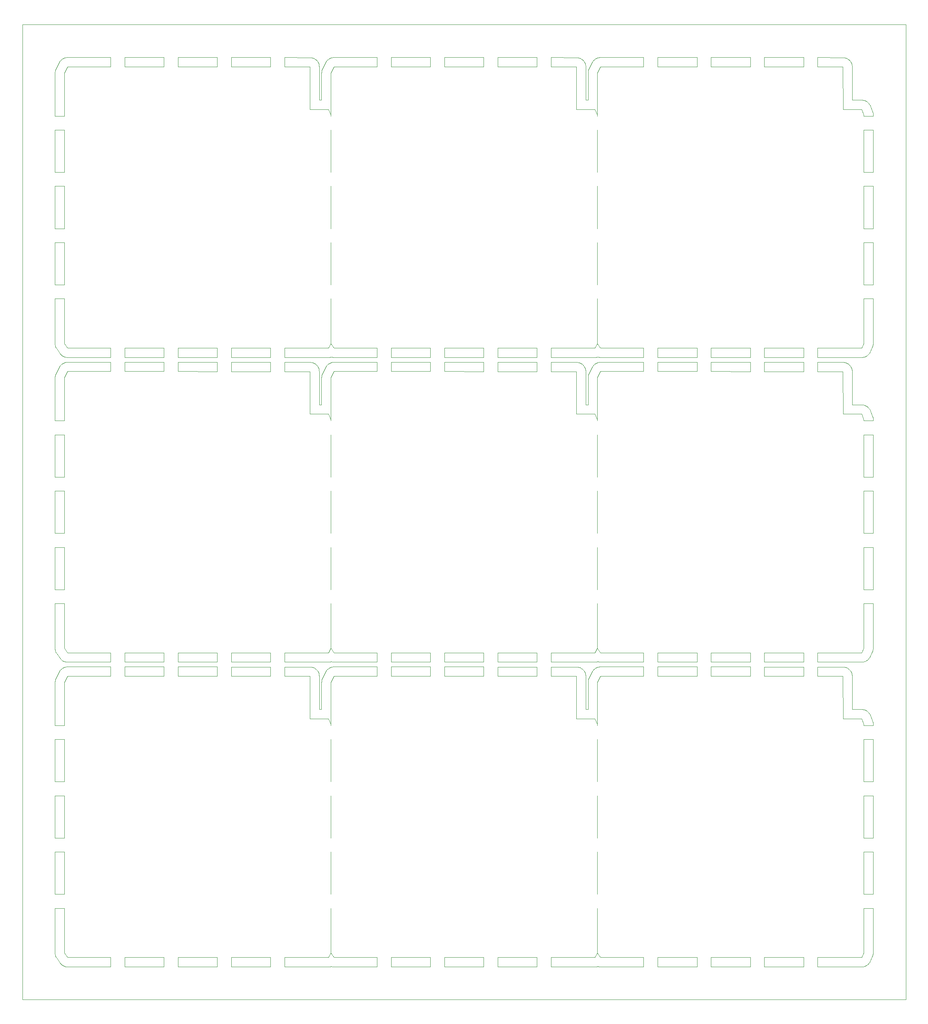
<source format=gbr>
%TF.GenerationSoftware,KiCad,Pcbnew,(6.0.7)*%
%TF.CreationDate,2023-01-19T16:19:46-06:00*%
%TF.ProjectId,SmartSpin2k_Panelized,536d6172-7453-4706-996e-326b5f50616e,2.35*%
%TF.SameCoordinates,Original*%
%TF.FileFunction,Profile,NP*%
%FSLAX46Y46*%
G04 Gerber Fmt 4.6, Leading zero omitted, Abs format (unit mm)*
G04 Created by KiCad (PCBNEW (6.0.7)) date 2023-01-19 16:19:46*
%MOMM*%
%LPD*%
G01*
G04 APERTURE LIST*
%TA.AperFunction,Profile*%
%ADD10C,0.100000*%
%TD*%
G04 APERTURE END LIST*
D10*
X119772512Y-72593974D02*
X119940530Y-72694540D01*
X87527640Y-201975000D02*
X79095120Y-201975000D01*
X123325200Y-43695000D02*
X123325200Y-43695000D01*
X123325200Y-150215000D02*
X123325146Y-150215000D01*
X9480465Y-72334978D02*
X9681280Y-72325000D01*
X9086893Y-7089967D02*
X9281666Y-7040068D01*
X56230080Y-72354805D02*
X61669280Y-72358288D01*
X182487799Y-150005514D02*
X182487746Y-150215000D01*
X53230080Y-199975000D02*
X53230080Y-199975000D01*
X120676751Y-138914051D02*
X120743126Y-139098273D01*
X21932520Y-199975000D02*
X30365040Y-199975000D01*
X123042437Y-137896977D02*
X123223314Y-137809170D01*
X9000000Y-31630000D02*
X7000000Y-31630000D01*
X118831880Y-72358288D02*
X119027454Y-72367999D01*
X7000000Y-112020000D02*
X9000000Y-112020000D01*
X180778737Y-146950646D02*
X180957718Y-147036390D01*
X123412093Y-7089967D02*
X123606866Y-7040068D01*
X21932520Y-136650000D02*
X21932520Y-134650000D01*
X101960160Y-71325000D02*
X101960160Y-69325000D01*
X53230080Y-7027884D02*
X53230080Y-9027885D01*
X136257720Y-137657844D02*
X144690240Y-137663244D01*
X98960160Y-9020564D02*
X90527640Y-9015165D01*
X56230080Y-139679806D02*
X56230080Y-137679805D01*
X123318169Y-112020000D02*
X123325200Y-112020000D01*
X119411085Y-7119382D02*
X119595465Y-7185321D01*
X182478841Y-149815914D02*
X182487799Y-150005514D01*
X123246919Y-71283705D02*
X123045811Y-71314649D01*
X66461198Y-136613296D02*
X66274887Y-136567733D01*
X181431815Y-147393297D02*
X181563710Y-147541587D01*
X9000000Y-174345000D02*
X9000000Y-174345000D01*
X118858000Y-148794825D02*
X118830600Y-139683288D01*
X8898114Y-7159170D02*
X9086893Y-7089967D01*
X65708691Y-72677501D02*
X65879837Y-72571977D01*
X66159443Y-31630000D02*
X66159443Y-31630000D01*
X123325200Y-121085000D02*
X123315838Y-121085000D01*
X123325200Y-112020000D02*
X123325200Y-121085000D01*
X147690240Y-134650000D02*
X156122760Y-134650000D01*
X8291319Y-201414293D02*
X8159833Y-201274651D01*
X62777930Y-72694540D02*
X62935308Y-72811055D01*
X133257720Y-139655924D02*
X124005200Y-139650000D01*
X118858000Y-18144825D02*
X118830600Y-9033288D01*
X120791168Y-8638104D02*
X120820416Y-8831722D01*
X65680000Y-83470000D02*
X61695400Y-83469825D01*
X7212466Y-140107935D02*
X7892466Y-138752935D01*
X63514151Y-8264051D02*
X63580526Y-8448273D01*
X30365040Y-74338244D02*
X30365040Y-74338244D01*
X136257720Y-71325000D02*
X136257720Y-69325000D01*
X66161774Y-22565000D02*
X66162600Y-22565000D01*
X181312610Y-136163498D02*
X181152063Y-136288506D01*
X65883211Y-201964649D02*
X65680000Y-201975000D01*
X180484643Y-31630000D02*
X180486974Y-22565000D01*
X7000000Y-177345000D02*
X9000000Y-177345000D01*
X110392680Y-72352884D02*
X110392680Y-74352885D01*
X182481541Y-109020000D02*
X180481541Y-109020000D01*
X66843880Y-72325000D02*
X76095120Y-72330923D01*
X7000000Y-34630000D02*
X9000000Y-34630000D01*
X167555280Y-7027884D02*
X167555280Y-9027885D01*
X144690240Y-139663244D02*
X136257720Y-139657845D01*
X110392680Y-9027885D02*
X101960160Y-9022485D01*
X62058542Y-137721789D02*
X62248485Y-137769382D01*
X176383742Y-137721789D02*
X176573685Y-137769382D01*
X7000000Y-165280000D02*
X9000000Y-165280000D01*
X182345493Y-83939071D02*
X182407366Y-84118515D01*
X167555280Y-134650000D02*
X167555280Y-136650000D01*
X177103130Y-138019540D02*
X177260508Y-138136055D01*
X98960160Y-139670564D02*
X98960160Y-139670564D01*
X66162600Y-58760000D02*
X66162600Y-68355000D01*
X177537428Y-138412320D02*
X177654315Y-138569422D01*
X120592678Y-73412202D02*
X120676751Y-73589051D01*
X63514151Y-138914051D02*
X63580526Y-139098273D01*
X177103130Y-7369540D02*
X177260508Y-7486055D01*
X113392680Y-136650000D02*
X113392680Y-134650000D01*
X7136866Y-74952858D02*
X7212466Y-74782935D01*
X181459624Y-201347825D02*
X181312610Y-201488498D01*
X21932520Y-7007844D02*
X30365040Y-7013244D01*
X177654315Y-7919422D02*
X177755278Y-8087202D01*
X9681280Y-137650000D02*
X18932520Y-137655923D01*
X66150000Y-68355000D02*
X66152467Y-58760000D01*
X177993190Y-139677273D02*
X178014594Y-146794912D01*
X79095120Y-134650000D02*
X79095120Y-134650000D01*
X7000000Y-174345000D02*
X7000000Y-165280000D01*
X66153238Y-121085000D02*
X66155569Y-112020000D01*
X122842600Y-18145000D02*
X118858000Y-18144825D01*
X170555280Y-69325000D02*
X180005200Y-69325000D01*
X62935308Y-138136055D02*
X63080538Y-138267401D01*
X182483872Y-34630000D02*
X182481541Y-43695000D01*
X53230080Y-136650000D02*
X44797560Y-136650000D01*
X159122760Y-199975000D02*
X167555280Y-199975000D01*
X56230080Y-69325000D02*
X65680000Y-69325000D01*
X98960160Y-74345564D02*
X90527640Y-74340165D01*
X8931196Y-71179533D02*
X8756992Y-71099276D01*
X177953768Y-8638104D02*
X177983016Y-8831722D01*
X180005200Y-83470000D02*
X176020600Y-83469825D01*
X79095120Y-69325000D02*
X79095120Y-69325000D01*
X7362329Y-69503057D02*
X7254037Y-69330507D01*
X144690240Y-7013244D02*
X144690240Y-9013244D01*
X189487800Y-208975000D02*
X189487800Y-208975000D01*
X53230080Y-71325000D02*
X44797560Y-71325000D01*
X175994480Y-7033288D02*
X176190054Y-7042999D01*
X170555280Y-136650000D02*
X170555280Y-134650000D01*
X180475200Y-133680000D02*
X180477667Y-124085000D01*
X119027454Y-137692999D02*
X119221142Y-137721789D01*
X144690240Y-74338244D02*
X144690240Y-74338244D01*
X120374828Y-138412320D02*
X120491715Y-138569422D01*
X133257720Y-71325000D02*
X124005200Y-71325000D01*
X180486974Y-22565000D02*
X182486974Y-22565000D01*
X123325200Y-19355000D02*
X123325200Y-19565000D01*
X124005200Y-201975000D02*
X123813618Y-201965802D01*
X9000000Y-55760000D02*
X7000000Y-55760000D01*
X56230080Y-134650000D02*
X65680000Y-134650000D01*
X66156341Y-174345000D02*
X66158672Y-165280000D01*
X182486974Y-153215000D02*
X182484643Y-162280000D01*
X66444266Y-72365068D02*
X66643065Y-72334978D01*
X123423378Y-136562809D02*
X123246919Y-136608705D01*
X181563710Y-82216587D02*
X181680260Y-82377217D01*
X79095120Y-201975000D02*
X79095120Y-199975000D01*
X9000000Y-68355000D02*
X9000000Y-68355000D01*
X156122760Y-9020564D02*
X147690240Y-9015165D01*
X123325200Y-162280000D02*
X123322043Y-162280000D01*
X123325200Y-58760000D02*
X123325200Y-68355000D01*
X180475200Y-68355000D02*
X180477667Y-58760000D01*
X120743126Y-73773273D02*
X120791168Y-73963104D01*
X123318169Y-46695000D02*
X123325200Y-46695000D01*
X182467025Y-133860644D02*
X182442659Y-134039307D01*
X122842600Y-136650000D02*
X113392680Y-136650000D01*
X123325200Y-141005000D02*
X123325200Y-150005000D01*
X122842600Y-148795000D02*
X122842600Y-148795000D01*
X90527640Y-134650000D02*
X98960160Y-134650000D01*
X121325200Y-146794933D02*
X121325200Y-141005000D01*
X121325200Y-10355000D02*
X121333847Y-10169219D01*
X62609912Y-72593974D02*
X62777930Y-72694540D01*
X136257720Y-201975000D02*
X136257720Y-199975000D01*
X63689394Y-81469912D02*
X64162600Y-81469933D01*
X121402577Y-9804069D02*
X121462066Y-9627858D01*
X66060714Y-72484170D02*
X66249493Y-72414967D01*
X122217666Y-138752935D02*
X122316769Y-138577992D01*
X182478841Y-19165914D02*
X182487799Y-19355514D01*
X64171247Y-10169219D02*
X64197114Y-9985044D01*
X123315838Y-55760000D02*
X123318169Y-46695000D01*
X44797560Y-74347485D02*
X44797560Y-72347485D01*
X113392680Y-72354805D02*
X118831880Y-72358288D01*
X144690240Y-72338244D02*
X144690240Y-74338244D01*
X123223314Y-137809170D02*
X123412093Y-137739967D01*
X180409519Y-136608705D02*
X180208411Y-136639649D01*
X180475200Y-199005000D02*
X180477667Y-189410000D01*
X63628568Y-8638104D02*
X63657816Y-8831722D01*
X66162600Y-84890000D02*
X66162546Y-84890000D01*
X7034514Y-75310044D02*
X7077377Y-75129069D01*
X79095120Y-137657844D02*
X87527640Y-137663244D01*
X7991569Y-73252992D02*
X8107735Y-73088883D01*
X156122760Y-134650000D02*
X156122760Y-136650000D01*
X136257720Y-134650000D02*
X136257720Y-134650000D01*
X63212228Y-7762320D02*
X63329115Y-7919422D01*
X98960160Y-201975000D02*
X90527640Y-201975000D01*
X9000000Y-96955000D02*
X9000000Y-96955000D01*
X182451949Y-84303017D02*
X182478841Y-84490914D01*
X176573685Y-7119382D02*
X176758065Y-7185321D01*
X44797560Y-72347485D02*
X53230080Y-72352884D01*
X101960160Y-137672485D02*
X110392680Y-137677884D01*
X180399763Y-81509306D02*
X180592140Y-81558063D01*
X170555280Y-9029806D02*
X170555280Y-7029805D01*
X180979646Y-71071554D02*
X180797143Y-71161525D01*
X63689394Y-146794912D02*
X64162600Y-146794933D01*
X159122760Y-9022485D02*
X159122760Y-9022485D01*
X9000000Y-10355000D02*
X9000000Y-19565000D01*
X7362329Y-134828057D02*
X7254037Y-134655507D01*
X136257720Y-139657845D02*
X136257720Y-137657844D01*
X87527640Y-199975000D02*
X87527640Y-199975000D01*
X177537428Y-73087320D02*
X177654315Y-73244422D01*
X182467025Y-199185644D02*
X182442659Y-199364307D01*
X66842600Y-9000000D02*
X66842600Y-9000000D01*
X33365040Y-199975000D02*
X41797560Y-199975000D01*
X66643065Y-7009978D02*
X66843880Y-7000000D01*
X66162600Y-109020000D02*
X66156341Y-109020000D01*
X123315067Y-124085000D02*
X123325200Y-124085000D01*
X98960160Y-139670564D02*
X90527640Y-139665165D01*
X7362329Y-200153057D02*
X7254037Y-199980507D01*
X180606443Y-136557486D02*
X180409519Y-136608705D01*
X66159443Y-96955000D02*
X66159443Y-96955000D01*
X124006480Y-7000000D02*
X133257720Y-7005923D01*
X101960160Y-74347485D02*
X101960160Y-72347485D01*
X65680000Y-136650000D02*
X56230080Y-136650000D01*
X30365040Y-9013244D02*
X21932520Y-9007845D01*
X122564992Y-7612267D02*
X122711605Y-7474676D01*
X65549005Y-72799676D02*
X65708691Y-72677501D01*
X30365040Y-74338244D02*
X21932520Y-74332845D01*
X62777930Y-7369540D02*
X62935308Y-7486055D01*
X56230080Y-137679805D02*
X61669280Y-137683288D01*
X181152063Y-70963506D02*
X180979646Y-71071554D01*
X181680260Y-82377217D02*
X181780316Y-82548608D01*
X90527640Y-9015165D02*
X90527640Y-9015165D01*
X9681280Y-7000000D02*
X18932520Y-7005923D01*
X66156341Y-43695000D02*
X66156341Y-43695000D01*
X170555280Y-139679806D02*
X170555280Y-137679805D01*
X181862893Y-82729071D02*
X182345493Y-83939071D01*
X123325200Y-10355000D02*
X123325200Y-19355000D01*
X121462066Y-74952858D02*
X121537666Y-74782935D01*
X123437487Y-136567733D02*
X123423378Y-136562809D01*
X79095120Y-7007844D02*
X87527640Y-7013244D01*
X123325200Y-84890000D02*
X123325146Y-84890000D01*
X120491715Y-7919422D02*
X120592678Y-8087202D01*
X7254037Y-199980507D02*
X7163859Y-199797835D01*
X170555280Y-199975000D02*
X180005200Y-199975000D01*
X79095120Y-72332844D02*
X87527640Y-72338244D01*
X64162600Y-141005000D02*
X64171247Y-140819219D01*
X156122760Y-7020564D02*
X156122760Y-9020564D01*
X180487800Y-150005000D02*
X180487800Y-150005000D01*
X147690240Y-139665165D02*
X147690240Y-137665165D01*
X180409519Y-71283705D02*
X180208411Y-71314649D01*
X180483872Y-34630000D02*
X180483872Y-34630000D01*
X180005200Y-69325000D02*
X180475200Y-68355000D01*
X182487746Y-84890000D02*
X180487746Y-84890000D01*
X33365040Y-69325000D02*
X33365040Y-69325000D01*
X65402392Y-72937267D02*
X65549005Y-72799676D01*
X9000000Y-186410000D02*
X9000000Y-186410000D01*
X66162600Y-112020000D02*
X66162600Y-121085000D01*
X7000000Y-133680000D02*
X7000000Y-124085000D01*
X123325200Y-99955000D02*
X123325200Y-109020000D01*
X66842600Y-199975000D02*
X76095120Y-199975000D01*
X66162600Y-150215000D02*
X66162546Y-150215000D01*
X182442659Y-199364307D02*
X182402302Y-199540048D01*
X66162600Y-177345000D02*
X66162600Y-186410000D01*
X180409519Y-201933705D02*
X180208411Y-201964649D01*
X144690240Y-139663244D02*
X144690240Y-139663244D01*
X113392680Y-74354806D02*
X113392680Y-72354805D01*
X66158672Y-99955000D02*
X66162600Y-99955000D01*
X0Y-208975000D02*
X189487800Y-208975000D01*
X18932520Y-71325000D02*
X9680000Y-71325000D01*
X136257720Y-69325000D02*
X136257720Y-69325000D01*
X65879837Y-72571977D02*
X66060714Y-72484170D01*
X66150000Y-199005000D02*
X66152467Y-189410000D01*
X180979646Y-201721554D02*
X180797143Y-201811525D01*
X56230080Y-201975000D02*
X56230080Y-199975000D01*
X76095120Y-69325000D02*
X76095120Y-71325000D01*
X182477667Y-124085000D02*
X182475199Y-133680514D01*
X8435575Y-201540697D02*
X8291319Y-201414293D01*
X177405738Y-72942401D02*
X177537428Y-73087320D01*
X79095120Y-139657845D02*
X79095120Y-139657845D01*
X123325146Y-84890000D02*
X123325146Y-84890000D01*
X123324374Y-153215000D02*
X123325200Y-153215000D01*
X159122760Y-137672485D02*
X167555280Y-137677884D01*
X121359714Y-75310044D02*
X121402577Y-75129069D01*
X7010375Y-133883453D02*
X7000000Y-133680000D01*
X180478438Y-186410000D02*
X180480769Y-177345000D01*
X181312610Y-70838498D02*
X181152063Y-70963506D01*
X61669280Y-137683288D02*
X61864854Y-137692999D01*
X123325200Y-19565000D02*
X123325200Y-19565000D01*
X33365040Y-137665165D02*
X41797560Y-137670564D01*
X8159833Y-135949651D02*
X8042329Y-135798057D01*
X9680000Y-134650000D02*
X18932520Y-134650000D01*
X63080538Y-7617401D02*
X63212228Y-7762320D01*
X18932520Y-7005923D02*
X18932520Y-9005924D01*
X66162600Y-19355000D02*
X66162600Y-19565000D01*
X41797560Y-139670564D02*
X33365040Y-139665165D01*
X120791168Y-73963104D02*
X120820416Y-74156722D01*
X123325200Y-87890000D02*
X123325200Y-96955000D01*
X156122760Y-199975000D02*
X156122760Y-201975000D01*
X167555280Y-199975000D02*
X167555280Y-199975000D01*
X123325200Y-189410000D02*
X123325200Y-199005000D01*
X136257720Y-7007844D02*
X144690240Y-7013244D01*
X87527640Y-9013244D02*
X79095120Y-9007845D01*
X33365040Y-139665165D02*
X33365040Y-139665165D01*
X182346280Y-134386441D02*
X182275048Y-134552091D01*
X120592678Y-8087202D02*
X120676751Y-8264051D01*
X7000000Y-58760000D02*
X9000000Y-58760000D01*
X177260508Y-72811055D02*
X177405738Y-72942401D01*
X79095120Y-134650000D02*
X87527640Y-134650000D01*
X123325200Y-109020000D02*
X123325200Y-109020000D01*
X33365040Y-134650000D02*
X33365040Y-134650000D01*
X123321272Y-99955000D02*
X123325200Y-99955000D01*
X122564992Y-72937267D02*
X122711605Y-72799676D01*
X180005200Y-136650000D02*
X170555280Y-136650000D01*
X156122760Y-137670564D02*
X156122760Y-139670564D01*
X56230080Y-71325000D02*
X56230080Y-69325000D01*
X61668000Y-74358288D02*
X56230080Y-74354806D01*
X167555280Y-69325000D02*
X167555280Y-71325000D01*
X182475199Y-199005514D02*
X182467025Y-199185644D01*
X159122760Y-69325000D02*
X167555280Y-69325000D01*
X30365040Y-69325000D02*
X30365040Y-71325000D01*
X98960160Y-136650000D02*
X90527640Y-136650000D01*
X119221142Y-7071789D02*
X119411085Y-7119382D01*
X177755278Y-73412202D02*
X177839351Y-73589051D01*
X8386405Y-7474676D02*
X8546091Y-7352501D01*
X181862893Y-148054071D02*
X182345493Y-149264071D01*
X122432935Y-73088883D02*
X122564992Y-72937267D01*
X123045811Y-136639649D02*
X122842600Y-136650000D01*
X7000000Y-96955000D02*
X7000000Y-87890000D01*
X8756992Y-136424276D02*
X8591277Y-136327702D01*
X66161774Y-87890000D02*
X66162600Y-87890000D01*
X123623798Y-136613296D02*
X123437487Y-136567733D01*
X123312600Y-68355000D02*
X123315067Y-58760000D01*
X9086893Y-72414967D02*
X9281666Y-72365068D01*
X66162600Y-99955000D02*
X66162600Y-109020000D01*
X66162600Y-141005000D02*
X66162600Y-150005000D01*
X124005200Y-71325000D02*
X123813618Y-71315802D01*
X176020600Y-148794825D02*
X175993200Y-139683288D01*
X180487800Y-150005000D02*
X180005200Y-148795000D01*
X182484643Y-31630000D02*
X180484643Y-31630000D01*
X180592140Y-146883063D02*
X180778737Y-146950646D01*
X18932520Y-74330924D02*
X9680000Y-74325000D01*
X180957718Y-147036390D02*
X181127320Y-147139449D01*
X180483872Y-99955000D02*
X180483872Y-99955000D01*
X66162600Y-150005000D02*
X66162600Y-150215000D01*
X53230080Y-72352884D02*
X53230080Y-74352885D01*
X119940530Y-72694540D02*
X120097908Y-72811055D01*
X76095120Y-9005924D02*
X66842600Y-9000000D01*
X118831880Y-7033288D02*
X119027454Y-7042999D01*
X64299466Y-140277858D02*
X64375066Y-140107935D01*
X120243138Y-7617401D02*
X120374828Y-7762320D01*
X66842600Y-9000000D02*
X66162600Y-10355000D01*
X66159443Y-31630000D02*
X66161774Y-22565000D01*
X87527640Y-199975000D02*
X87527640Y-201975000D01*
X159122760Y-71325000D02*
X159122760Y-69325000D01*
X121333847Y-75494219D02*
X121359714Y-75310044D01*
X110392680Y-139677885D02*
X101960160Y-139672485D01*
X64299466Y-9627858D02*
X64375066Y-9457935D01*
X41797560Y-134650000D02*
X41797560Y-136650000D01*
X122842600Y-83470000D02*
X122842600Y-83470000D01*
X182346280Y-69061441D02*
X182275048Y-69227091D01*
X8591277Y-71002702D02*
X8435575Y-70890697D01*
X64197114Y-140635044D02*
X64239977Y-140454069D01*
X7000000Y-75680000D02*
X7008647Y-75494219D01*
X177983016Y-8831722D02*
X177993190Y-9027273D01*
X156122760Y-199975000D02*
X156122760Y-199975000D01*
X9680000Y-199975000D02*
X18932520Y-199975000D01*
X66444266Y-7040068D02*
X66643065Y-7009978D01*
X182487746Y-19565000D02*
X180487746Y-19565000D01*
X180005200Y-134650000D02*
X180475200Y-133680000D01*
X62058542Y-7071789D02*
X62248485Y-7119382D01*
X61669280Y-7033288D02*
X61864854Y-7042999D01*
X8291319Y-70764293D02*
X8159833Y-70624651D01*
X30365040Y-7013244D02*
X30365040Y-9013244D01*
X159122760Y-134650000D02*
X167555280Y-134650000D01*
X181431815Y-16743297D02*
X181563710Y-16891587D01*
X176758065Y-72510321D02*
X176935112Y-72593974D01*
X180957718Y-16386390D02*
X181127320Y-16489449D01*
X180399763Y-16184306D02*
X180592140Y-16233063D01*
X101960160Y-134650000D02*
X101960160Y-134650000D01*
X8898114Y-72484170D02*
X9086893Y-72414967D01*
X176573685Y-137769382D02*
X176758065Y-137835321D01*
X122564992Y-138262267D02*
X122711605Y-138124676D01*
X90527640Y-9015165D02*
X90527640Y-7015165D01*
X122842600Y-201975000D02*
X113392680Y-201975000D01*
X180486974Y-22565000D02*
X180486974Y-22565000D01*
X62432865Y-72510321D02*
X62609912Y-72593974D01*
X110392680Y-199975000D02*
X110392680Y-199975000D01*
X122842600Y-199975000D02*
X123312600Y-199005000D01*
X144690240Y-71325000D02*
X136257720Y-71325000D01*
X119027454Y-72367999D02*
X119221142Y-72396789D01*
X30365040Y-71325000D02*
X21932520Y-71325000D01*
X167555280Y-71325000D02*
X159122760Y-71325000D01*
X98960160Y-199975000D02*
X98960160Y-201975000D01*
X64162600Y-16144933D02*
X64162600Y-10355000D01*
X66153238Y-55760000D02*
X66153238Y-55760000D01*
X167555280Y-74352885D02*
X167555280Y-74352885D01*
X123325200Y-174345000D02*
X123325200Y-174345000D01*
X63657816Y-8831722D02*
X63667990Y-9027273D01*
X66162600Y-75680000D02*
X66162600Y-84680000D01*
X76095120Y-139655924D02*
X66842600Y-139650000D01*
X56230080Y-134650000D02*
X56230080Y-134650000D01*
X66162546Y-150215000D02*
X66162600Y-150005000D01*
X64162600Y-75680000D02*
X64171247Y-75494219D01*
X87527640Y-136650000D02*
X79095120Y-136650000D01*
X118830600Y-74358288D02*
X113392680Y-74354806D01*
X182402302Y-199540048D02*
X182346280Y-199711441D01*
X180797143Y-71161525D02*
X180606443Y-71232486D01*
X9000000Y-99955000D02*
X9000000Y-109020000D01*
X123805665Y-137659978D02*
X124006480Y-137650000D01*
X9680000Y-71325000D02*
X9488418Y-71315802D01*
X101960160Y-69325000D02*
X101960160Y-69325000D01*
X123423378Y-201887809D02*
X123246919Y-201933705D01*
X63430078Y-73412202D02*
X63514151Y-73589051D01*
X181459624Y-70697825D02*
X181312610Y-70838498D01*
X159122760Y-134650000D02*
X159122760Y-134650000D01*
X18932520Y-9005924D02*
X9680000Y-9000000D01*
X65549005Y-7474676D02*
X65708691Y-7352501D01*
X66249493Y-137739967D02*
X66444266Y-137690068D01*
X121402577Y-140454069D02*
X121462066Y-140277858D01*
X123315067Y-189410000D02*
X123325200Y-189410000D01*
X180592140Y-16233063D02*
X180778737Y-16300646D01*
X180208411Y-71314649D02*
X180005200Y-71325000D01*
X182402302Y-134215048D02*
X182346280Y-134386441D01*
X121537666Y-140107935D02*
X122217666Y-138752935D01*
X64375066Y-9457935D02*
X65055066Y-8102935D01*
X18932520Y-72330923D02*
X18932520Y-74330924D01*
X110392680Y-74352885D02*
X110392680Y-74352885D01*
X62248485Y-137769382D02*
X62432865Y-137835321D01*
X101960160Y-201975000D02*
X101960160Y-199975000D01*
X8931196Y-136504533D02*
X8756992Y-136424276D01*
X44797560Y-7022485D02*
X53230080Y-7027884D01*
X123437487Y-201892733D02*
X123423378Y-201887809D01*
X181285872Y-16608810D02*
X181431815Y-16743297D01*
X8386405Y-72799676D02*
X8546091Y-72677501D01*
X144690240Y-137663244D02*
X144690240Y-139663244D01*
X63667990Y-139677273D02*
X63689394Y-146794912D01*
X61668000Y-9033288D02*
X56230080Y-9029806D01*
X9000000Y-46695000D02*
X9000000Y-55760000D01*
X8042329Y-201123057D02*
X7362329Y-200153057D01*
X120097908Y-72811055D02*
X120243138Y-72942401D01*
X66156341Y-174345000D02*
X66156341Y-174345000D01*
X180979646Y-136396554D02*
X180797143Y-136486525D01*
X123312600Y-199005000D02*
X123315067Y-189410000D01*
X9000000Y-177345000D02*
X9000000Y-186410000D01*
X66842600Y-139650000D02*
X66162600Y-141005000D01*
X121462066Y-9627858D02*
X121537666Y-9457935D01*
X7000000Y-141005000D02*
X7008647Y-140819219D01*
X64162600Y-146794933D02*
X64162600Y-141005000D01*
X180005200Y-201975000D02*
X170555280Y-201975000D01*
X53230080Y-137677884D02*
X53230080Y-139677885D01*
X180480769Y-177345000D02*
X182480769Y-177345000D01*
X44797560Y-136650000D02*
X44797560Y-134650000D01*
X66260778Y-71237809D02*
X66084319Y-71283705D01*
X121462066Y-140277858D02*
X121537666Y-140107935D01*
X66842600Y-134650000D02*
X76095120Y-134650000D01*
X8546091Y-138002501D02*
X8717237Y-137896977D01*
X7163859Y-134472835D02*
X7092732Y-134281938D01*
X7000000Y-46695000D02*
X9000000Y-46695000D01*
X62432865Y-137835321D02*
X62609912Y-137918974D01*
X64375066Y-140107935D02*
X65055066Y-138752935D01*
X9680000Y-9000000D02*
X9000000Y-10355000D01*
X181862893Y-17404071D02*
X182345493Y-18614071D01*
X7136866Y-9627858D02*
X7212466Y-9457935D01*
X66461198Y-201938296D02*
X66274887Y-201892733D01*
X66153238Y-121085000D02*
X66153238Y-121085000D01*
X62248485Y-72444382D02*
X62432865Y-72510321D01*
X66651018Y-201965802D02*
X66461198Y-201938296D01*
X9000000Y-109020000D02*
X9000000Y-109020000D01*
X7000000Y-99955000D02*
X9000000Y-99955000D01*
X87527640Y-71325000D02*
X79095120Y-71325000D01*
X9000000Y-58760000D02*
X9000000Y-68355000D01*
X175993200Y-74358288D02*
X170555280Y-74354806D01*
X181591584Y-201192942D02*
X181459624Y-201347825D01*
X123315838Y-186410000D02*
X123318169Y-177345000D01*
X9000000Y-96955000D02*
X7000000Y-96955000D01*
X120830590Y-74352273D02*
X120851994Y-81469912D01*
X180203502Y-16154855D02*
X180399763Y-16184306D01*
X180399763Y-146834306D02*
X180592140Y-146883063D01*
X182275048Y-134552091D02*
X181805048Y-135522091D01*
X66155569Y-112020000D02*
X66162600Y-112020000D01*
X66162600Y-19565000D02*
X66162546Y-19565000D01*
X33365040Y-71325000D02*
X33365040Y-69325000D01*
X119595465Y-7185321D02*
X119772512Y-7268974D01*
X76095120Y-137655923D02*
X76095120Y-139655924D01*
X167555280Y-139677885D02*
X159122760Y-139672485D01*
X120243138Y-72942401D02*
X120374828Y-73087320D01*
X76095120Y-136650000D02*
X66842600Y-136650000D01*
X7000000Y-162280000D02*
X7000000Y-153215000D01*
X66162600Y-121085000D02*
X66153238Y-121085000D01*
X167555280Y-199975000D02*
X167555280Y-201975000D01*
X66843880Y-137650000D02*
X76095120Y-137655923D01*
X44797560Y-9022485D02*
X44797560Y-7022485D01*
X65680000Y-71325000D02*
X56230080Y-71325000D01*
X66162600Y-189410000D02*
X66162600Y-199005000D01*
X119411085Y-137769382D02*
X119595465Y-137835321D01*
X147690240Y-9015165D02*
X147690240Y-7015165D01*
X66158672Y-34630000D02*
X66162600Y-34630000D01*
X9000000Y-75680000D02*
X9000000Y-84890000D01*
X122316769Y-138577992D02*
X122432935Y-138413883D01*
X120820416Y-74156722D02*
X120830590Y-74352273D01*
X76095120Y-72330923D02*
X76095120Y-74330924D01*
X44797560Y-71325000D02*
X44797560Y-69325000D01*
X53230080Y-69325000D02*
X53230080Y-71325000D01*
X61695400Y-148794825D02*
X61668000Y-139683288D01*
X123318941Y-43695000D02*
X123321272Y-34630000D01*
X101960160Y-139672485D02*
X101960160Y-137672485D01*
X63667990Y-9027273D02*
X63689394Y-16144912D01*
X120491715Y-73244422D02*
X120592678Y-73412202D01*
X181591584Y-135867942D02*
X181459624Y-136022825D01*
X9000000Y-43695000D02*
X7000000Y-43695000D01*
X44797560Y-139672485D02*
X44797560Y-137672485D01*
X9112287Y-71242733D02*
X8931196Y-71179533D01*
X175994480Y-137683288D02*
X176190054Y-137692999D01*
X182483872Y-99955000D02*
X182481541Y-109020000D01*
X123325200Y-177345000D02*
X123325200Y-186410000D01*
X113392680Y-201975000D02*
X113392680Y-199975000D01*
X8591277Y-136327702D02*
X8435575Y-136215697D01*
X66084319Y-136608705D02*
X65883211Y-136639649D01*
X121537666Y-9457935D02*
X122217666Y-8102935D01*
X61695400Y-83469825D02*
X61668000Y-74358288D01*
X121402577Y-75129069D02*
X121462066Y-74952858D01*
X123325200Y-162280000D02*
X123325200Y-162280000D01*
X44797560Y-134650000D02*
X53230080Y-134650000D01*
X123606866Y-7040068D02*
X123805665Y-7009978D01*
X79095120Y-136650000D02*
X79095120Y-134650000D01*
X123321272Y-34630000D02*
X123325200Y-34630000D01*
X76095120Y-199975000D02*
X76095120Y-201975000D01*
X123325200Y-150005000D02*
X123325200Y-150215000D01*
X9488418Y-201965802D02*
X9298598Y-201938296D01*
X147690240Y-201975000D02*
X147690240Y-199975000D01*
X181707124Y-201025453D02*
X181591584Y-201192942D01*
X123412093Y-72414967D02*
X123606866Y-72365068D01*
X180487800Y-84680000D02*
X180487800Y-84680000D01*
X170555280Y-201975000D02*
X170555280Y-199975000D01*
X123813618Y-71315802D02*
X123623798Y-71288296D01*
X113392680Y-199975000D02*
X122842600Y-199975000D01*
X7254037Y-134655507D02*
X7163859Y-134472835D01*
X66842600Y-71325000D02*
X66651018Y-71315802D01*
X66444266Y-137690068D02*
X66643065Y-137659978D01*
X66084319Y-71283705D02*
X65883211Y-71314649D01*
X122842600Y-134650000D02*
X123312600Y-133680000D01*
X123325200Y-109020000D02*
X123318941Y-109020000D01*
X122871291Y-138002501D02*
X123042437Y-137896977D01*
X66159443Y-96955000D02*
X66161774Y-87890000D01*
X30365040Y-199975000D02*
X30365040Y-199975000D01*
X176935112Y-72593974D02*
X177103130Y-72694540D01*
X176020600Y-18144825D02*
X175993200Y-9033288D01*
X7077377Y-9804069D02*
X7136866Y-9627858D01*
X113392680Y-69325000D02*
X113392680Y-69325000D01*
X133257720Y-74330924D02*
X124005200Y-74325000D01*
X181707124Y-135700453D02*
X181591584Y-135867942D01*
X123325200Y-31630000D02*
X123325200Y-31630000D01*
X147690240Y-71325000D02*
X147690240Y-69325000D01*
X177755278Y-8087202D02*
X177839351Y-8264051D01*
X181780316Y-147873608D02*
X181862893Y-148054071D01*
X177654315Y-73244422D02*
X177755278Y-73412202D01*
X101960160Y-136650000D02*
X101960160Y-134650000D01*
X33365040Y-9015165D02*
X33365040Y-9015165D01*
X123325200Y-150005000D02*
X122842600Y-148795000D01*
X61668000Y-139683288D02*
X56230080Y-139679806D01*
X156122760Y-201975000D02*
X147690240Y-201975000D01*
X147690240Y-134650000D02*
X147690240Y-134650000D01*
X182477667Y-189410000D02*
X182475199Y-199005514D01*
X123315067Y-58760000D02*
X123325200Y-58760000D01*
X180203502Y-81479855D02*
X180399763Y-81509306D01*
X123318941Y-174345000D02*
X123321272Y-165280000D01*
X21932520Y-139657845D02*
X21932520Y-137657844D01*
X167555280Y-74352885D02*
X159122760Y-74347485D01*
X181591584Y-70542942D02*
X181459624Y-70697825D01*
X18932520Y-74330924D02*
X18932520Y-74330924D01*
X65883211Y-71314649D02*
X65680000Y-71325000D01*
X110392680Y-69325000D02*
X110392680Y-71325000D01*
X98960160Y-69325000D02*
X98960160Y-71325000D01*
X65680000Y-69325000D02*
X66150000Y-68355000D01*
X9680000Y-201975000D02*
X9488418Y-201965802D01*
X66162546Y-19565000D02*
X66162600Y-19355000D01*
X123325146Y-19565000D02*
X123325200Y-19355000D01*
X121537666Y-74782935D02*
X122217666Y-73427935D01*
X181805048Y-200847091D02*
X181707124Y-201025453D01*
X181285872Y-81933810D02*
X181431815Y-82068297D01*
X62432865Y-7185321D02*
X62609912Y-7268974D01*
X66162600Y-84680000D02*
X66162600Y-84890000D01*
X33365040Y-136650000D02*
X33365040Y-134650000D01*
X7000000Y-153215000D02*
X9000000Y-153215000D01*
X123315838Y-121085000D02*
X123318169Y-112020000D01*
X64375066Y-74782935D02*
X65055066Y-73427935D01*
X123325200Y-43695000D02*
X123318941Y-43695000D01*
X182451949Y-18978017D02*
X182478841Y-19165914D01*
X62609912Y-7268974D02*
X62777930Y-7369540D01*
X181431815Y-82068297D02*
X181563710Y-82216587D01*
X8756992Y-201749276D02*
X8591277Y-201652702D01*
X9112287Y-136567733D02*
X8931196Y-136504533D01*
X101960160Y-199975000D02*
X110392680Y-199975000D01*
X63430078Y-138737202D02*
X63514151Y-138914051D01*
X147690240Y-69325000D02*
X147690240Y-69325000D01*
X63212228Y-138412320D02*
X63329115Y-138569422D01*
X66060714Y-137809170D02*
X66249493Y-137739967D01*
X41797560Y-199975000D02*
X41797560Y-201975000D01*
X182481541Y-43695000D02*
X180481541Y-43695000D01*
X124005200Y-199975000D02*
X133257720Y-199975000D01*
X170555280Y-74354806D02*
X170555280Y-72354805D01*
X66842600Y-74325000D02*
X66162600Y-75680000D01*
X9112287Y-201892733D02*
X8931196Y-201829533D01*
X180005200Y-148795000D02*
X176020600Y-148794825D01*
X122432935Y-7763883D02*
X122564992Y-7612267D01*
X156122760Y-139670564D02*
X147690240Y-139665165D01*
X136257720Y-9007845D02*
X136257720Y-9007845D01*
X182345493Y-149264071D02*
X182407366Y-149443515D01*
X176020600Y-83469825D02*
X175993200Y-74358288D01*
X65055066Y-138752935D02*
X65154169Y-138577992D01*
X66060714Y-7159170D02*
X66249493Y-7089967D01*
X41797560Y-7020564D02*
X41797560Y-9020564D01*
X7077377Y-75129069D02*
X7136866Y-74952858D01*
X21932520Y-9007845D02*
X21932520Y-9007845D01*
X178014594Y-146794912D02*
X180005287Y-146795000D01*
X18932520Y-199975000D02*
X18932520Y-201975000D01*
X123223314Y-7159170D02*
X123412093Y-7089967D01*
X66162600Y-150005000D02*
X65680000Y-148795000D01*
X180005200Y-199975000D02*
X180005200Y-199975000D01*
X65879837Y-7246977D02*
X66060714Y-7159170D01*
X65883211Y-136639649D02*
X65680000Y-136650000D01*
X123325146Y-150215000D02*
X123325200Y-150005000D01*
X41797560Y-136650000D02*
X33365040Y-136650000D01*
X21932520Y-201975000D02*
X21932520Y-199975000D01*
X133257720Y-136650000D02*
X124005200Y-136650000D01*
X182486974Y-87890000D02*
X182484643Y-96955000D01*
X176383742Y-72396789D02*
X176573685Y-72444382D01*
X121325200Y-16144933D02*
X121325200Y-10355000D01*
X66162600Y-87890000D02*
X66162600Y-96955000D01*
X65154169Y-7927992D02*
X65270335Y-7763883D01*
X182475199Y-68355514D02*
X182467025Y-68535644D01*
X79095120Y-9007845D02*
X79095120Y-9007845D01*
X65680000Y-148795000D02*
X61695400Y-148794825D01*
X33365040Y-134650000D02*
X41797560Y-134650000D01*
X181127320Y-16489449D02*
X181285872Y-16608810D01*
X7000000Y-55760000D02*
X7000000Y-46695000D01*
X144690240Y-134650000D02*
X144690240Y-136650000D01*
X182478438Y-55760000D02*
X180478438Y-55760000D01*
X123325146Y-84890000D02*
X123325200Y-84680000D01*
X33365040Y-201975000D02*
X33365040Y-199975000D01*
X123325200Y-153215000D02*
X123325200Y-162280000D01*
X18932520Y-134650000D02*
X18932520Y-136650000D01*
X7000000Y-87890000D02*
X9000000Y-87890000D01*
X136257720Y-136650000D02*
X136257720Y-134650000D01*
X119595465Y-72510321D02*
X119772512Y-72593974D01*
X63628568Y-139288104D02*
X63657816Y-139481722D01*
X66153238Y-55760000D02*
X66155569Y-46695000D01*
X177537428Y-7762320D02*
X177654315Y-7919422D01*
X64171247Y-140819219D02*
X64197114Y-140635044D01*
X122316769Y-7927992D02*
X122432935Y-7763883D01*
X53230080Y-74352885D02*
X44797560Y-74347485D01*
X7000000Y-186410000D02*
X7000000Y-177345000D01*
X65549005Y-138124676D02*
X65708691Y-138002501D01*
X180477667Y-124085000D02*
X182477667Y-124085000D01*
X9000000Y-199005000D02*
X9680000Y-199975000D01*
X156122760Y-69325000D02*
X156122760Y-71325000D01*
X180480769Y-112020000D02*
X182480769Y-112020000D01*
X66158672Y-165280000D02*
X66162600Y-165280000D01*
X123325200Y-186410000D02*
X123315838Y-186410000D01*
X180483872Y-165280000D02*
X182483872Y-165280000D01*
X66155569Y-46695000D02*
X66162600Y-46695000D01*
X7008647Y-140819219D02*
X7034514Y-140635044D01*
X30365040Y-137663244D02*
X30365040Y-139663244D01*
X181780316Y-82548608D02*
X181862893Y-82729071D01*
X122711605Y-72799676D02*
X122871291Y-72677501D01*
X177260508Y-7486055D02*
X177405738Y-7617401D01*
X122711605Y-138124676D02*
X122871291Y-138002501D01*
X181152063Y-201613506D02*
X180979646Y-201721554D01*
X66156341Y-43695000D02*
X66158672Y-34630000D01*
X123318941Y-109020000D02*
X123321272Y-99955000D01*
X87527640Y-7013244D02*
X87527640Y-9013244D01*
X123325200Y-124085000D02*
X123325200Y-133680000D01*
X123246919Y-136608705D02*
X123045811Y-136639649D01*
X181680260Y-147702217D02*
X181780316Y-147873608D01*
X9298598Y-71288296D02*
X9112287Y-71242733D01*
X7010375Y-199208453D02*
X7000000Y-199005000D01*
X180208411Y-136639649D02*
X180005200Y-136650000D01*
X63514151Y-73589051D02*
X63580526Y-73773273D01*
X53230080Y-74352885D02*
X53230080Y-74352885D01*
X180481541Y-43695000D02*
X180483872Y-34630000D01*
X87527640Y-137663244D02*
X87527640Y-139663244D01*
X177953768Y-73963104D02*
X177983016Y-74156722D01*
X53230080Y-199975000D02*
X53230080Y-201975000D01*
X123045811Y-201964649D02*
X122842600Y-201975000D01*
X66162600Y-174345000D02*
X66156341Y-174345000D01*
X180487800Y-19355000D02*
X180487800Y-19355000D01*
X9488418Y-136640802D02*
X9298598Y-136613296D01*
X122316769Y-73252992D02*
X122432935Y-73088883D01*
X63628568Y-73963104D02*
X63657816Y-74156722D01*
X120097908Y-7486055D02*
X120243138Y-7617401D01*
X41797560Y-199975000D02*
X41797560Y-199975000D01*
X65708691Y-7352501D02*
X65879837Y-7246977D01*
X90527640Y-71325000D02*
X90527640Y-69325000D01*
X9000000Y-43695000D02*
X9000000Y-43695000D01*
X63580526Y-139098273D02*
X63628568Y-139288104D01*
X182483872Y-165280000D02*
X182481541Y-174345000D01*
X176190054Y-72367999D02*
X176383742Y-72396789D01*
X110392680Y-137677884D02*
X110392680Y-139677885D01*
X7254037Y-69330507D02*
X7163859Y-69147835D01*
X9000000Y-84890000D02*
X7000000Y-84890000D01*
X182480769Y-46695000D02*
X182478438Y-55760000D01*
X170555280Y-137679805D02*
X175994480Y-137683288D01*
X66249493Y-7089967D02*
X66444266Y-7040068D01*
X167555280Y-9027885D02*
X159122760Y-9022485D01*
X7163859Y-69147835D02*
X7092732Y-68956938D01*
X8717237Y-137896977D02*
X8898114Y-137809170D01*
X180005200Y-199975000D02*
X180475200Y-199005000D01*
X177654315Y-138569422D02*
X177755278Y-138737202D01*
X177755278Y-138737202D02*
X177839351Y-138914051D01*
X7000000Y-124085000D02*
X9000000Y-124085000D01*
X177839351Y-8264051D02*
X177905726Y-8448273D01*
X7092732Y-68956938D02*
X7041393Y-68759795D01*
X79095120Y-69325000D02*
X87527640Y-69325000D01*
X90527640Y-139665165D02*
X90527640Y-137665165D01*
X66274887Y-71242733D02*
X66260778Y-71237809D01*
X65055066Y-73427935D02*
X65154169Y-73252992D01*
X90527640Y-201975000D02*
X90527640Y-199975000D01*
X66260778Y-136562809D02*
X66084319Y-136608705D01*
X101960160Y-134650000D02*
X110392680Y-134650000D01*
X63580526Y-8448273D02*
X63628568Y-8638104D01*
X181563710Y-147541587D02*
X181680260Y-147702217D01*
X65708691Y-138002501D02*
X65879837Y-137896977D01*
X66274887Y-136567733D02*
X66260778Y-136562809D01*
X21932520Y-139657845D02*
X21932520Y-139657845D01*
X113392680Y-7029805D02*
X118831880Y-7033288D01*
X65680000Y-199975000D02*
X66150000Y-199005000D01*
X9086893Y-137739967D02*
X9281666Y-137690068D01*
X124005200Y-9000000D02*
X124005200Y-9000000D01*
X7000000Y-109020000D02*
X7000000Y-99955000D01*
X63329115Y-73244422D02*
X63430078Y-73412202D01*
X7041393Y-199409795D02*
X7010375Y-199208453D01*
X21932520Y-137657844D02*
X30365040Y-137663244D01*
X182487746Y-150215000D02*
X180487746Y-150215000D01*
X9680000Y-139650000D02*
X9000000Y-141005000D01*
X119595465Y-137835321D02*
X119772512Y-137918974D01*
X123325200Y-121085000D02*
X123325200Y-121085000D01*
X177905726Y-139098273D02*
X177953768Y-139288104D01*
X123325200Y-22565000D02*
X123325200Y-31630000D01*
X133257720Y-137655923D02*
X133257720Y-139655924D01*
X120830590Y-9027273D02*
X120851994Y-16144912D01*
X8717237Y-72571977D02*
X8898114Y-72484170D01*
X8042329Y-70473057D02*
X7362329Y-69503057D01*
X176573685Y-72444382D02*
X176758065Y-72510321D01*
X147690240Y-72340165D02*
X156122760Y-72345564D01*
X136257720Y-72332844D02*
X144690240Y-72338244D01*
X180480769Y-112020000D02*
X180480769Y-112020000D01*
X170555280Y-134650000D02*
X170555280Y-134650000D01*
X123322043Y-96955000D02*
X123324374Y-87890000D01*
X156122760Y-74345564D02*
X156122760Y-74345564D01*
X9680000Y-74325000D02*
X9000000Y-75680000D01*
X182451949Y-149628017D02*
X182478841Y-149815914D01*
X9000000Y-124085000D02*
X9000000Y-133680000D01*
X7077377Y-140454069D02*
X7136866Y-140277858D01*
X120374828Y-7762320D02*
X120491715Y-7919422D01*
X124005200Y-69325000D02*
X133257720Y-69325000D01*
X123042437Y-7246977D02*
X123223314Y-7159170D01*
X123325146Y-150215000D02*
X123325146Y-150215000D01*
X159122760Y-7022485D02*
X167555280Y-7027884D01*
X177260508Y-138136055D02*
X177405738Y-138267401D01*
X9000000Y-189410000D02*
X9000000Y-199005000D01*
X41797560Y-201975000D02*
X33365040Y-201975000D01*
X159122760Y-72347485D02*
X167555280Y-72352884D01*
X122711605Y-7474676D02*
X122871291Y-7352501D01*
X175994480Y-72358288D02*
X176190054Y-72367999D01*
X180487746Y-150215000D02*
X180487800Y-150005000D01*
X64171247Y-75494219D02*
X64197114Y-75310044D01*
X87527640Y-69325000D02*
X87527640Y-71325000D01*
X9000000Y-121085000D02*
X9000000Y-121085000D01*
X136257720Y-74332845D02*
X136257720Y-72332844D01*
X18932520Y-139655924D02*
X9680000Y-139650000D01*
X113392680Y-137679805D02*
X118831880Y-137683288D01*
X65055066Y-8102935D02*
X65154169Y-7927992D01*
X8239792Y-138262267D02*
X8386405Y-138124676D01*
X79095120Y-139657845D02*
X79095120Y-137657844D01*
X123813618Y-201965802D02*
X123623798Y-201938296D01*
X8546091Y-72677501D02*
X8717237Y-72571977D01*
X136257720Y-134650000D02*
X144690240Y-134650000D01*
X9000000Y-150215000D02*
X7000000Y-150215000D01*
X182407366Y-84118515D02*
X182451949Y-84303017D01*
X8898114Y-137809170D02*
X9086893Y-137739967D01*
X66842600Y-69325000D02*
X76095120Y-69325000D01*
X7008647Y-75494219D02*
X7034514Y-75310044D01*
X76095120Y-74330924D02*
X66842600Y-74325000D01*
X66162600Y-31630000D02*
X66159443Y-31630000D01*
X181285872Y-147258810D02*
X181431815Y-147393297D01*
X66162600Y-10355000D02*
X66162600Y-19355000D01*
X65680000Y-201975000D02*
X56230080Y-201975000D01*
X9000000Y-68355000D02*
X9680000Y-69325000D01*
X65879837Y-137896977D02*
X66060714Y-137809170D01*
X144690240Y-9013244D02*
X136257720Y-9007845D01*
X118858000Y-83469825D02*
X118830600Y-74358288D01*
X66842600Y-136650000D02*
X66651018Y-136640802D01*
X66162600Y-150005000D02*
X66162600Y-150005000D01*
X178014594Y-81469912D02*
X180005287Y-81470000D01*
X123325200Y-31630000D02*
X123322043Y-31630000D01*
X8239792Y-7612267D02*
X8386405Y-7474676D01*
X63667990Y-74352273D02*
X63689394Y-81469912D01*
X30365040Y-136650000D02*
X21932520Y-136650000D01*
X62248485Y-7119382D02*
X62432865Y-7185321D01*
X181127320Y-81814449D02*
X181285872Y-81933810D01*
X156122760Y-72345564D02*
X156122760Y-74345564D01*
X159122760Y-74347485D02*
X159122760Y-72347485D01*
X120820416Y-139481722D02*
X120830590Y-139677273D01*
X182487799Y-19355514D02*
X182487746Y-19565000D01*
X7092732Y-199606938D02*
X7041393Y-199409795D01*
X90527640Y-72340165D02*
X98960160Y-72345564D01*
X110392680Y-136650000D02*
X101960160Y-136650000D01*
X66162600Y-22565000D02*
X66162600Y-31630000D01*
X98960160Y-74345564D02*
X98960160Y-74345564D01*
X66152467Y-124085000D02*
X66162600Y-124085000D01*
X30365040Y-139663244D02*
X21932520Y-139657845D01*
X159122760Y-9022485D02*
X159122760Y-7022485D01*
X64197114Y-75310044D02*
X64239977Y-75129069D01*
X180778737Y-16300646D02*
X180957718Y-16386390D01*
X120851994Y-16144912D02*
X121325200Y-16144933D01*
X21932520Y-9007845D02*
X21932520Y-7007844D01*
X44797560Y-69325000D02*
X44797560Y-69325000D01*
X64299466Y-74952858D02*
X64375066Y-74782935D01*
X8546091Y-7352501D02*
X8717237Y-7246977D01*
X8717237Y-7246977D02*
X8898114Y-7159170D01*
X33365040Y-74340165D02*
X33365040Y-72340165D01*
X66643065Y-137659978D02*
X66843880Y-137650000D01*
X180005287Y-16145000D02*
X180203502Y-16154855D01*
X182407366Y-18793515D02*
X182451949Y-18978017D01*
X87527640Y-139663244D02*
X79095120Y-139657845D01*
X177405738Y-7617401D02*
X177537428Y-7762320D01*
X98960160Y-72345564D02*
X98960160Y-74345564D01*
X66162600Y-68355000D02*
X66842600Y-69325000D01*
X7000000Y-31630000D02*
X7000000Y-22565000D01*
X9000000Y-34630000D02*
X9000000Y-43695000D01*
X121325200Y-81469933D02*
X121325200Y-75680000D01*
X121333847Y-140819219D02*
X121359714Y-140635044D01*
X7010375Y-68558453D02*
X7000000Y-68355000D01*
X123045811Y-71314649D02*
X122842600Y-71325000D01*
X182402302Y-68890048D02*
X182346280Y-69061441D01*
X123322043Y-162280000D02*
X123324374Y-153215000D01*
X180778737Y-81625646D02*
X180957718Y-81711390D01*
X33365040Y-69325000D02*
X41797560Y-69325000D01*
X180957718Y-81711390D02*
X181127320Y-81814449D01*
X136257720Y-9007845D02*
X136257720Y-7007844D01*
X181780316Y-17223608D02*
X181862893Y-17404071D01*
X177103130Y-72694540D02*
X177260508Y-72811055D01*
X101960160Y-9022485D02*
X101960160Y-9022485D01*
X118830600Y-139683288D02*
X113392680Y-139679806D01*
X176190054Y-137692999D02*
X176383742Y-137721789D01*
X56230080Y-69325000D02*
X56230080Y-69325000D01*
X122842600Y-199975000D02*
X122842600Y-199975000D01*
X123325200Y-55760000D02*
X123325200Y-55760000D01*
X66156341Y-109020000D02*
X66156341Y-109020000D01*
X122432935Y-138413883D02*
X122564992Y-138262267D01*
X8239792Y-72937267D02*
X8386405Y-72799676D01*
X119772512Y-7268974D02*
X119940530Y-7369540D01*
X120743126Y-139098273D02*
X120791168Y-139288104D01*
X167555280Y-137677884D02*
X167555280Y-139677885D01*
X182275048Y-199877091D02*
X181805048Y-200847091D01*
X123325200Y-19565000D02*
X123325146Y-19565000D01*
X119221142Y-72396789D02*
X119411085Y-72444382D01*
X180478438Y-121085000D02*
X180480769Y-112020000D01*
X123325200Y-34630000D02*
X123325200Y-43695000D01*
X123325200Y-19355000D02*
X122842600Y-18145000D01*
X182345493Y-18614071D02*
X182407366Y-18793515D01*
X61864854Y-137692999D02*
X62058542Y-137721789D01*
X147690240Y-7015165D02*
X156122760Y-7020564D01*
X177993190Y-74352273D02*
X178014594Y-81469912D01*
X64162600Y-10355000D02*
X64171247Y-10169219D01*
X30365040Y-72338244D02*
X30365040Y-74338244D01*
X113392680Y-9029806D02*
X113392680Y-7029805D01*
X8435575Y-136215697D02*
X8291319Y-136089293D01*
X7892466Y-138752935D02*
X7991569Y-138577992D01*
X120791168Y-139288104D02*
X120820416Y-139481722D01*
X144690240Y-136650000D02*
X136257720Y-136650000D01*
X63080538Y-138267401D02*
X63212228Y-138412320D01*
X7212466Y-9457935D02*
X7892466Y-8102935D01*
X9000000Y-165280000D02*
X9000000Y-174345000D01*
X9000000Y-55760000D02*
X9000000Y-55760000D01*
X62935308Y-7486055D02*
X63080538Y-7617401D01*
X61864854Y-7042999D02*
X62058542Y-7071789D01*
X66162600Y-162280000D02*
X66159443Y-162280000D01*
X66153238Y-186410000D02*
X66153238Y-186410000D01*
X170555280Y-7029805D02*
X175994480Y-7033288D01*
X180005200Y-18145000D02*
X176020600Y-18144825D01*
X123423378Y-71237809D02*
X123246919Y-71283705D01*
X66260778Y-201887809D02*
X66084319Y-201933705D01*
X33365040Y-139665165D02*
X33365040Y-137665165D01*
X167555280Y-72352884D02*
X167555280Y-74352885D01*
X66150000Y-133680000D02*
X66152467Y-124085000D01*
X177405738Y-138267401D02*
X177537428Y-138412320D01*
X9298598Y-201938296D02*
X9112287Y-201892733D01*
X90527640Y-199975000D02*
X98960160Y-199975000D01*
X144690240Y-199975000D02*
X144690240Y-201975000D01*
X21932520Y-74332845D02*
X21932520Y-72332844D01*
X123246919Y-201933705D02*
X123045811Y-201964649D01*
X44797560Y-134650000D02*
X44797560Y-134650000D01*
X177983016Y-74156722D02*
X177993190Y-74352273D01*
X66162600Y-186410000D02*
X66153238Y-186410000D01*
X123412093Y-137739967D02*
X123606866Y-137690068D01*
X180483872Y-34630000D02*
X182483872Y-34630000D01*
X90527640Y-69325000D02*
X90527640Y-69325000D01*
X180487800Y-84680000D02*
X180005200Y-83470000D01*
X122217666Y-8102935D02*
X122316769Y-7927992D01*
X182484643Y-96955000D02*
X180484643Y-96955000D01*
X123325200Y-55760000D02*
X123315838Y-55760000D01*
X180480769Y-177345000D02*
X180480769Y-177345000D01*
X180486974Y-87890000D02*
X180486974Y-87890000D01*
X180480769Y-46695000D02*
X180480769Y-46695000D01*
X66162600Y-34630000D02*
X66162600Y-43695000D01*
X98960160Y-134650000D02*
X98960160Y-136650000D01*
X66842600Y-201975000D02*
X66651018Y-201965802D01*
X41797560Y-74345564D02*
X41797560Y-74345564D01*
X66156341Y-109020000D02*
X66158672Y-99955000D01*
X66651018Y-136640802D02*
X66461198Y-136613296D01*
X7892466Y-73427935D02*
X7991569Y-73252992D01*
X18932520Y-137655923D02*
X18932520Y-139655924D01*
X8159833Y-201274651D02*
X8042329Y-201123057D01*
X159122760Y-201975000D02*
X159122760Y-199975000D01*
X118830600Y-9033288D02*
X113392680Y-9029806D01*
X180483872Y-165280000D02*
X180483872Y-165280000D01*
X66162600Y-199005000D02*
X66842600Y-199975000D01*
X180005287Y-81470000D02*
X180203502Y-81479855D01*
X113392680Y-71325000D02*
X113392680Y-69325000D01*
X7000000Y-189410000D02*
X9000000Y-189410000D01*
X147690240Y-9015165D02*
X147690240Y-9015165D01*
X189487800Y-208975000D02*
X189487800Y0D01*
X65680000Y-148795000D02*
X65680000Y-148795000D01*
X7000000Y-150215000D02*
X7000000Y-141005000D01*
X120676751Y-8264051D02*
X120743126Y-8448273D01*
X180478438Y-55760000D02*
X180480769Y-46695000D01*
X119221142Y-137721789D02*
X119411085Y-137769382D01*
X62935308Y-72811055D02*
X63080538Y-72942401D01*
X180481541Y-174345000D02*
X180483872Y-165280000D01*
X123623798Y-71288296D02*
X123437487Y-71242733D01*
X177983016Y-139481722D02*
X177993190Y-139677273D01*
X182478438Y-121085000D02*
X180478438Y-121085000D01*
X9298598Y-136613296D02*
X9112287Y-136567733D01*
X64197114Y-9985044D02*
X64239977Y-9804069D01*
X136257720Y-199975000D02*
X144690240Y-199975000D01*
X66161774Y-153215000D02*
X66162600Y-153215000D01*
X44797560Y-137672485D02*
X53230080Y-137677884D01*
X110392680Y-139677885D02*
X110392680Y-139677885D01*
X124005200Y-139650000D02*
X123325200Y-141005000D01*
X9000000Y-133680000D02*
X9000000Y-133680000D01*
X182275048Y-69227091D02*
X181805048Y-70197091D01*
X7000000Y-19565000D02*
X7000000Y-10355000D01*
X124006480Y-137650000D02*
X133257720Y-137655923D01*
X41797560Y-9020564D02*
X33365040Y-9015165D01*
X123312600Y-133680000D02*
X123315067Y-124085000D01*
X65680000Y-199975000D02*
X65680000Y-199975000D01*
X66162600Y-96955000D02*
X66159443Y-96955000D01*
X113392680Y-134650000D02*
X113392680Y-134650000D01*
X65270335Y-7763883D02*
X65402392Y-7612267D01*
X159122760Y-69325000D02*
X159122760Y-69325000D01*
X7991569Y-138577992D02*
X8107735Y-138413883D01*
X9000000Y-22565000D02*
X9000000Y-31630000D01*
X176758065Y-7185321D02*
X176935112Y-7268974D01*
X44797560Y-199975000D02*
X53230080Y-199975000D01*
X147690240Y-139665165D02*
X147690240Y-139665165D01*
X182478438Y-186410000D02*
X180478438Y-186410000D01*
X56230080Y-7029805D02*
X61669280Y-7033288D01*
X182480769Y-112020000D02*
X182478438Y-121085000D01*
X122842600Y-148795000D02*
X118858000Y-148794825D01*
X180484643Y-96955000D02*
X180486974Y-87890000D01*
X41797560Y-137670564D02*
X41797560Y-139670564D01*
X121359714Y-9985044D02*
X121402577Y-9804069D01*
X8435575Y-70890697D02*
X8291319Y-70764293D01*
X66159443Y-162280000D02*
X66159443Y-162280000D01*
X159122760Y-139672485D02*
X159122760Y-139672485D01*
X123325200Y-165280000D02*
X123325200Y-174345000D01*
X122842600Y-71325000D02*
X113392680Y-71325000D01*
X21932520Y-69325000D02*
X21932520Y-69325000D01*
X66162600Y-46695000D02*
X66162600Y-55760000D01*
X156122760Y-71325000D02*
X147690240Y-71325000D01*
X65402392Y-7612267D02*
X65549005Y-7474676D01*
X101960160Y-7022485D02*
X110392680Y-7027884D01*
X63080538Y-72942401D02*
X63212228Y-73087320D01*
X9000000Y-162280000D02*
X9000000Y-162280000D01*
X98960160Y-199975000D02*
X98960160Y-199975000D01*
X63329115Y-7919422D02*
X63430078Y-8087202D01*
X7000000Y-10355000D02*
X7008647Y-10169219D01*
X21932520Y-72332844D02*
X30365040Y-72338244D01*
X177953768Y-139288104D02*
X177983016Y-139481722D01*
X66162600Y-133680000D02*
X66842600Y-134650000D01*
X101960160Y-9022485D02*
X101960160Y-7022485D01*
X66274887Y-201892733D02*
X66260778Y-201887809D01*
X65154169Y-138577992D02*
X65270335Y-138413883D01*
X7000000Y-84890000D02*
X7000000Y-75680000D01*
X66162546Y-84890000D02*
X66162600Y-84680000D01*
X63657816Y-139481722D02*
X63667990Y-139677273D01*
X133257720Y-7005923D02*
X133257720Y-9005924D01*
X90527640Y-7015165D02*
X98960160Y-7020564D01*
X156122760Y-136650000D02*
X147690240Y-136650000D01*
X113392680Y-69325000D02*
X122842600Y-69325000D01*
X182407366Y-149443515D02*
X182451949Y-149628017D01*
X9000000Y-109020000D02*
X7000000Y-109020000D01*
X177839351Y-138914051D02*
X177905726Y-139098273D01*
X9000000Y-174345000D02*
X7000000Y-174345000D01*
X119940530Y-138019540D02*
X120097908Y-138136055D01*
X176190054Y-7042999D02*
X176383742Y-7071789D01*
X110392680Y-7027884D02*
X110392680Y-9027885D01*
X123325200Y-199005000D02*
X124005200Y-199975000D01*
X123325200Y-174345000D02*
X123318941Y-174345000D01*
X123437487Y-71242733D02*
X123423378Y-71237809D01*
X123325200Y-96955000D02*
X123325200Y-96955000D01*
X41797560Y-74345564D02*
X33365040Y-74340165D01*
X119940530Y-7369540D02*
X120097908Y-7486055D01*
X182442659Y-134039307D02*
X182402302Y-134215048D01*
X7212466Y-74782935D02*
X7892466Y-73427935D01*
X9281666Y-7040068D02*
X9480465Y-7009978D01*
X66162600Y-19565000D02*
X66162600Y-19565000D01*
X123321272Y-165280000D02*
X123325200Y-165280000D01*
X56230080Y-74354806D02*
X56230080Y-72354805D01*
X182477667Y-58760000D02*
X182475199Y-68355514D01*
X122217666Y-73427935D02*
X122316769Y-73252992D01*
X63689394Y-16144912D02*
X64162600Y-16144933D01*
X66159443Y-162280000D02*
X66161774Y-153215000D01*
X123325200Y-75680000D02*
X123325200Y-84680000D01*
X53230080Y-201975000D02*
X44797560Y-201975000D01*
X7000000Y-10355000D02*
X7000000Y-10355000D01*
X177993190Y-9027273D02*
X178014594Y-16144912D01*
X66162600Y-55760000D02*
X66153238Y-55760000D01*
X53230080Y-139677885D02*
X44797560Y-139672485D01*
X182467025Y-68535644D02*
X182442659Y-68714307D01*
X124005200Y-74325000D02*
X123325200Y-75680000D01*
X170555280Y-69325000D02*
X170555280Y-69325000D01*
X113392680Y-139679806D02*
X113392680Y-137679805D01*
X182478841Y-84490914D02*
X182487799Y-84680514D01*
X9000000Y-199005000D02*
X9000000Y-199005000D01*
X120830590Y-139677273D02*
X120851994Y-146794912D01*
X110392680Y-201975000D02*
X101960160Y-201975000D01*
X122842600Y-83470000D02*
X118858000Y-83469825D01*
X90527640Y-136650000D02*
X90527640Y-134650000D01*
X120374828Y-73087320D02*
X120491715Y-73244422D01*
X56230080Y-199975000D02*
X65680000Y-199975000D01*
X123318169Y-177345000D02*
X123325200Y-177345000D01*
X30365040Y-201975000D02*
X21932520Y-201975000D01*
X147690240Y-137665165D02*
X156122760Y-137670564D01*
X98960160Y-7020564D02*
X98960160Y-9020564D01*
X65270335Y-138413883D02*
X65402392Y-138262267D01*
X180477667Y-189410000D02*
X182477667Y-189410000D01*
X9000000Y-162280000D02*
X7000000Y-162280000D01*
X9000000Y-121085000D02*
X7000000Y-121085000D01*
X66651018Y-71315802D02*
X66461198Y-71288296D01*
X87527640Y-72338244D02*
X87527640Y-74338244D01*
X63580526Y-73773273D02*
X63628568Y-73963104D01*
X66152467Y-58760000D02*
X66162600Y-58760000D01*
X133257720Y-201975000D02*
X124005200Y-201975000D01*
X33365040Y-9015165D02*
X33365040Y-7015165D01*
X123042437Y-72571977D02*
X123223314Y-72484170D01*
X7000000Y-43695000D02*
X7000000Y-34630000D01*
X66643065Y-72334978D02*
X66843880Y-72325000D01*
X9480465Y-137659978D02*
X9681280Y-137650000D01*
X120851994Y-146794912D02*
X121325200Y-146794933D01*
X56230080Y-9029806D02*
X56230080Y-7029805D01*
X110392680Y-74352885D02*
X101960160Y-74347485D01*
X144690240Y-69325000D02*
X144690240Y-71325000D01*
X79095120Y-9007845D02*
X79095120Y-7007844D01*
X123813618Y-136640802D02*
X123623798Y-136613296D01*
X9000000Y-31630000D02*
X9000000Y-31630000D01*
X122842600Y-69325000D02*
X123312600Y-68355000D01*
X90527640Y-74340165D02*
X90527640Y-72340165D01*
X124005200Y-9000000D02*
X123325200Y-10355000D01*
X9680000Y-136650000D02*
X9488418Y-136640802D01*
X175993200Y-9033288D02*
X170555280Y-9029806D01*
X147690240Y-136650000D02*
X147690240Y-134650000D01*
X159122760Y-136650000D02*
X159122760Y-134650000D01*
X8756992Y-71099276D02*
X8591277Y-71002702D01*
X76095120Y-7005923D02*
X76095120Y-9005924D01*
X61669280Y-72358288D02*
X61864854Y-72367999D01*
X9000000Y-141005000D02*
X9000000Y-150215000D01*
X79095120Y-71325000D02*
X79095120Y-69325000D01*
X180797143Y-201811525D02*
X180606443Y-201882486D01*
X7000000Y-22565000D02*
X9000000Y-22565000D01*
X180203502Y-146804855D02*
X180399763Y-146834306D01*
X66162600Y-153215000D02*
X66162600Y-162280000D01*
X62058542Y-72396789D02*
X62248485Y-72444382D01*
X66162600Y-165280000D02*
X66162600Y-174345000D01*
X121359714Y-140635044D02*
X121402577Y-140454069D01*
X176935112Y-7268974D02*
X177103130Y-7369540D01*
X133257720Y-134650000D02*
X133257720Y-136650000D01*
X30365040Y-134650000D02*
X30365040Y-136650000D01*
X121325200Y-75680000D02*
X121333847Y-75494219D01*
X33365040Y-72340165D02*
X41797560Y-72345564D01*
X120097908Y-138136055D02*
X120243138Y-138267401D01*
X180483872Y-99955000D02*
X182483872Y-99955000D01*
X170555280Y-72354805D02*
X175994480Y-72358288D01*
X181459624Y-136022825D02*
X181312610Y-136163498D01*
X147690240Y-199975000D02*
X156122760Y-199975000D01*
X44797560Y-137672485D02*
X44797560Y-137672485D01*
X122871291Y-72677501D02*
X123042437Y-72571977D01*
X182475199Y-133680514D02*
X182467025Y-133860644D01*
X7000000Y-121085000D02*
X7000000Y-112020000D01*
X144690240Y-74338244D02*
X136257720Y-74332845D01*
X181563710Y-16891587D02*
X181680260Y-17052217D01*
X182486974Y-22565000D02*
X182484643Y-31630000D01*
X123623798Y-201938296D02*
X123437487Y-201892733D01*
X18932520Y-201975000D02*
X9680000Y-201975000D01*
X182346280Y-199711441D02*
X182275048Y-199877091D01*
X176758065Y-137835321D02*
X176935112Y-137918974D01*
X7163859Y-199797835D02*
X7092732Y-199606938D01*
X120851994Y-81469912D02*
X121325200Y-81469933D01*
X90527640Y-137665165D02*
X98960160Y-137670564D01*
X181312610Y-201488498D02*
X181152063Y-201613506D01*
X180486974Y-153215000D02*
X182486974Y-153215000D01*
X66162600Y-84680000D02*
X66162600Y-84680000D01*
X87527640Y-74338244D02*
X87527640Y-74338244D01*
X180487746Y-84890000D02*
X180487800Y-84680000D01*
X87527640Y-134650000D02*
X87527640Y-136650000D01*
X90527640Y-69325000D02*
X98960160Y-69325000D01*
X113392680Y-134650000D02*
X122842600Y-134650000D01*
X7892466Y-8102935D02*
X7991569Y-7927992D01*
X156122760Y-74345564D02*
X147690240Y-74340165D01*
X63430078Y-8087202D02*
X63514151Y-8264051D01*
X181805048Y-70197091D02*
X181707124Y-70375453D01*
X177839351Y-73589051D02*
X177905726Y-73773273D01*
X9680000Y-69325000D02*
X18932520Y-69325000D01*
X62609912Y-137918974D02*
X62777930Y-138019540D01*
X180486974Y-87890000D02*
X182486974Y-87890000D01*
X0Y0D02*
X0Y-208975000D01*
X120820416Y-8831722D02*
X120830590Y-9027273D01*
X181127320Y-147139449D02*
X181285872Y-147258810D01*
X123805665Y-72334978D02*
X124006480Y-72325000D01*
X178014594Y-16144912D02*
X180005287Y-16145000D01*
X98960160Y-71325000D02*
X90527640Y-71325000D01*
X180606443Y-71232486D02*
X180409519Y-71283705D01*
X9000000Y-87890000D02*
X9000000Y-96955000D01*
X123606866Y-137690068D02*
X123805665Y-137659978D01*
X66162600Y-124085000D02*
X66162600Y-133680000D01*
X8386405Y-138124676D02*
X8546091Y-138002501D01*
X8291319Y-136089293D02*
X8159833Y-135949651D01*
X167555280Y-136650000D02*
X159122760Y-136650000D01*
X180484643Y-162280000D02*
X180486974Y-153215000D01*
X120491715Y-138569422D02*
X120592678Y-138737202D01*
X181152063Y-136288506D02*
X180979646Y-136396554D01*
X65680000Y-18145000D02*
X61695400Y-18144825D01*
X90527640Y-134650000D02*
X90527640Y-134650000D01*
X180005287Y-146795000D02*
X180203502Y-146804855D01*
X176383742Y-7071789D02*
X176573685Y-7119382D01*
X120243138Y-138267401D02*
X120374828Y-138412320D01*
X9000000Y-153215000D02*
X9000000Y-162280000D01*
X123325200Y-133680000D02*
X124005200Y-134650000D01*
X21932520Y-134650000D02*
X30365040Y-134650000D01*
X41797560Y-71325000D02*
X33365040Y-71325000D01*
X123324374Y-22565000D02*
X123325200Y-22565000D01*
X180208411Y-201964649D02*
X180005200Y-201975000D01*
X8107735Y-7763883D02*
X8239792Y-7612267D01*
X101960160Y-69325000D02*
X110392680Y-69325000D01*
X9000000Y-19565000D02*
X7000000Y-19565000D01*
X147690240Y-74340165D02*
X147690240Y-72340165D01*
X7034514Y-140635044D02*
X7077377Y-140454069D01*
X9281666Y-72365068D02*
X9480465Y-72334978D01*
X62777930Y-138019540D02*
X62935308Y-138136055D01*
X66155569Y-177345000D02*
X66162600Y-177345000D01*
X66153238Y-186410000D02*
X66155569Y-177345000D01*
X180481541Y-109020000D02*
X180483872Y-99955000D01*
X176935112Y-137918974D02*
X177103130Y-138019540D01*
X66249493Y-72414967D02*
X66444266Y-72365068D01*
X44797560Y-201975000D02*
X44797560Y-199975000D01*
X21932520Y-69325000D02*
X30365040Y-69325000D01*
X182487799Y-84680514D02*
X182487746Y-84890000D01*
X133257720Y-9005924D02*
X124005200Y-9000000D01*
X123325200Y-46695000D02*
X123325200Y-55760000D01*
X123322043Y-31630000D02*
X123324374Y-22565000D01*
X64239977Y-9804069D02*
X64299466Y-9627858D01*
X123325200Y-84680000D02*
X123325200Y-84890000D01*
X119027454Y-7042999D02*
X119221142Y-7071789D01*
X9488418Y-71315802D02*
X9298598Y-71288296D01*
X79095120Y-199975000D02*
X87527640Y-199975000D01*
X65680000Y-134650000D02*
X66150000Y-133680000D01*
X64162600Y-81469933D02*
X64162600Y-75680000D01*
X136257720Y-69325000D02*
X144690240Y-69325000D01*
X64239977Y-140454069D02*
X64299466Y-140277858D01*
X41797560Y-69325000D02*
X41797560Y-71325000D01*
X53230080Y-9027885D02*
X44797560Y-9022485D01*
X159122760Y-139672485D02*
X159122760Y-137672485D01*
X177905726Y-73773273D02*
X177953768Y-73963104D01*
X65680000Y-83470000D02*
X65680000Y-83470000D01*
X7136866Y-140277858D02*
X7212466Y-140107935D01*
X124005200Y-134650000D02*
X133257720Y-134650000D01*
X66152467Y-189410000D02*
X66162600Y-189410000D01*
X123324374Y-87890000D02*
X123325200Y-87890000D01*
X180480769Y-46695000D02*
X182480769Y-46695000D01*
X123325200Y-68355000D02*
X124005200Y-69325000D01*
X119411085Y-72444382D02*
X119595465Y-72510321D01*
X21932520Y-134650000D02*
X21932520Y-134650000D01*
X180486974Y-153215000D02*
X180486974Y-153215000D01*
X9480465Y-7009978D02*
X9681280Y-7000000D01*
X189487800Y0D02*
X0Y0D01*
X120676751Y-73589051D02*
X120743126Y-73773273D01*
X7000000Y-199005000D02*
X7000000Y-189410000D01*
X123325200Y-96955000D02*
X123322043Y-96955000D01*
X182442659Y-68714307D02*
X182402302Y-68890048D01*
X182481541Y-174345000D02*
X180481541Y-174345000D01*
X119772512Y-137918974D02*
X119940530Y-138019540D01*
X44797560Y-9022485D02*
X44797560Y-9022485D01*
X76095120Y-71325000D02*
X66842600Y-71325000D01*
X9000000Y-133680000D02*
X9680000Y-134650000D01*
X133257720Y-69325000D02*
X133257720Y-71325000D01*
X79095120Y-74332845D02*
X79095120Y-72332844D01*
X65402392Y-138262267D02*
X65549005Y-138124676D01*
X8042329Y-135798057D02*
X7362329Y-134828057D01*
X133257720Y-199975000D02*
X133257720Y-201975000D01*
X180797143Y-136486525D02*
X180606443Y-136557486D01*
X66461198Y-71288296D02*
X66274887Y-71242733D01*
X8591277Y-201652702D02*
X8435575Y-201540697D01*
X123606866Y-72365068D02*
X123805665Y-72334978D01*
X7034514Y-9985044D02*
X7077377Y-9804069D01*
X41797560Y-72345564D02*
X41797560Y-74345564D01*
X181805048Y-135522091D02*
X181707124Y-135700453D01*
X182484643Y-162280000D02*
X180484643Y-162280000D01*
X123223314Y-72484170D02*
X123412093Y-72414967D01*
X122871291Y-7352501D02*
X123042437Y-7246977D01*
X65154169Y-73252992D02*
X65270335Y-73088883D01*
X180592140Y-81558063D02*
X180778737Y-81625646D01*
X133257720Y-72330923D02*
X133257720Y-74330924D01*
X110392680Y-134650000D02*
X110392680Y-136650000D01*
X7041393Y-134084795D02*
X7010375Y-133883453D01*
X61695400Y-18144825D02*
X61668000Y-9033288D01*
X18932520Y-139655924D02*
X18932520Y-139655924D01*
X9000000Y-112020000D02*
X9000000Y-121085000D01*
X177905726Y-8448273D02*
X177953768Y-8638104D01*
X8107735Y-138413883D02*
X8239792Y-138262267D01*
X110392680Y-199975000D02*
X110392680Y-201975000D01*
X170555280Y-134650000D02*
X180005200Y-134650000D01*
X7041393Y-68759795D02*
X7010375Y-68558453D01*
X124005200Y-136650000D02*
X123813618Y-136640802D01*
X66084319Y-201933705D02*
X65883211Y-201964649D01*
X63329115Y-138569422D02*
X63430078Y-138737202D01*
X64239977Y-75129069D02*
X64299466Y-74952858D01*
X180487746Y-19565000D02*
X180487800Y-19355000D01*
X175993200Y-139683288D02*
X170555280Y-139679806D01*
X144690240Y-201975000D02*
X136257720Y-201975000D01*
X181680260Y-17052217D02*
X181780316Y-17223608D01*
X144690240Y-199975000D02*
X144690240Y-199975000D01*
X9681280Y-72325000D02*
X18932520Y-72330923D01*
X56230080Y-136650000D02*
X56230080Y-134650000D01*
X18932520Y-69325000D02*
X18932520Y-71325000D01*
X30365040Y-199975000D02*
X30365040Y-201975000D01*
X147690240Y-69325000D02*
X156122760Y-69325000D01*
X167555280Y-201975000D02*
X159122760Y-201975000D01*
X120743126Y-8448273D02*
X120791168Y-8638104D01*
X44797560Y-69325000D02*
X53230080Y-69325000D01*
X9281666Y-137690068D02*
X9480465Y-137659978D01*
X98960160Y-137670564D02*
X98960160Y-139670564D01*
X7008647Y-10169219D02*
X7034514Y-9985044D01*
X110392680Y-71325000D02*
X101960160Y-71325000D01*
X120592678Y-138737202D02*
X120676751Y-138914051D01*
X65270335Y-73088883D02*
X65402392Y-72937267D01*
X76095120Y-134650000D02*
X76095120Y-136650000D01*
X8107735Y-73088883D02*
X8239792Y-72937267D01*
X180606443Y-201882486D02*
X180409519Y-201933705D01*
X124006480Y-72325000D02*
X133257720Y-72330923D01*
X8931196Y-201829533D02*
X8756992Y-201749276D01*
X53230080Y-134650000D02*
X53230080Y-136650000D01*
X8159833Y-70624651D02*
X8042329Y-70473057D01*
X180005200Y-71325000D02*
X170555280Y-71325000D01*
X66843880Y-7000000D02*
X76095120Y-7005923D01*
X63657816Y-74156722D02*
X63667990Y-74352273D01*
X66162600Y-84680000D02*
X65680000Y-83470000D01*
X66162600Y-43695000D02*
X66156341Y-43695000D01*
X182480769Y-177345000D02*
X182478438Y-186410000D01*
X76095120Y-201975000D02*
X66842600Y-201975000D01*
X9000000Y-186410000D02*
X7000000Y-186410000D01*
X87527640Y-74338244D02*
X79095120Y-74332845D01*
X180487800Y-19355000D02*
X180005200Y-18145000D01*
X33365040Y-7015165D02*
X41797560Y-7020564D01*
X118831880Y-137683288D02*
X119027454Y-137692999D01*
X7000000Y-68355000D02*
X7000000Y-58760000D01*
X121325200Y-141005000D02*
X121333847Y-140819219D01*
X181707124Y-70375453D02*
X181591584Y-70542942D01*
X21932520Y-71325000D02*
X21932520Y-69325000D01*
X101960160Y-72347485D02*
X110392680Y-72352884D01*
X7092732Y-134281938D02*
X7041393Y-134084795D01*
X123325200Y-186410000D02*
X123325200Y-186410000D01*
X180477667Y-58760000D02*
X182477667Y-58760000D01*
X63212228Y-73087320D02*
X63329115Y-73244422D01*
X61864854Y-72367999D02*
X62058542Y-72396789D01*
X121333847Y-10169219D02*
X121359714Y-9985044D01*
X66162600Y-19355000D02*
X65680000Y-18145000D01*
X18932520Y-136650000D02*
X9680000Y-136650000D01*
X123325200Y-84680000D02*
X122842600Y-83470000D01*
X170555280Y-71325000D02*
X170555280Y-69325000D01*
X123805665Y-7009978D02*
X124006480Y-7000000D01*
X7991569Y-7927992D02*
X8107735Y-7763883D01*
M02*

</source>
